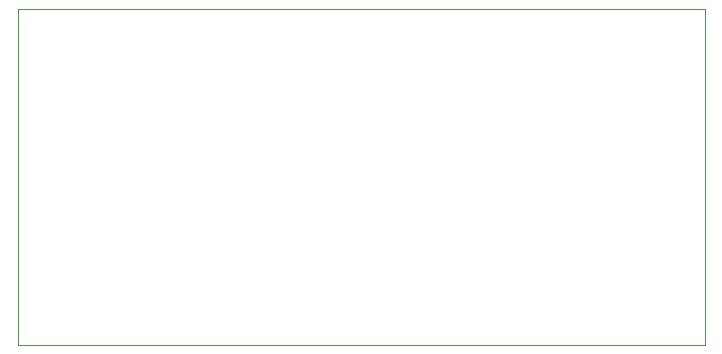
<source format=gbr>
%TF.GenerationSoftware,KiCad,Pcbnew,9.0.3*%
%TF.CreationDate,2025-08-09T12:17:42+10:00*%
%TF.ProjectId,soundrocket,736f756e-6472-46f6-936b-65742e6b6963,rev?*%
%TF.SameCoordinates,Original*%
%TF.FileFunction,Profile,NP*%
%FSLAX46Y46*%
G04 Gerber Fmt 4.6, Leading zero omitted, Abs format (unit mm)*
G04 Created by KiCad (PCBNEW 9.0.3) date 2025-08-09 12:17:42*
%MOMM*%
%LPD*%
G01*
G04 APERTURE LIST*
%TA.AperFunction,Profile*%
%ADD10C,0.100000*%
%TD*%
G04 APERTURE END LIST*
D10*
X121158000Y-28956000D02*
X179324000Y-28956000D01*
X179324000Y-57404000D01*
X121158000Y-57404000D01*
X121158000Y-28956000D01*
M02*

</source>
